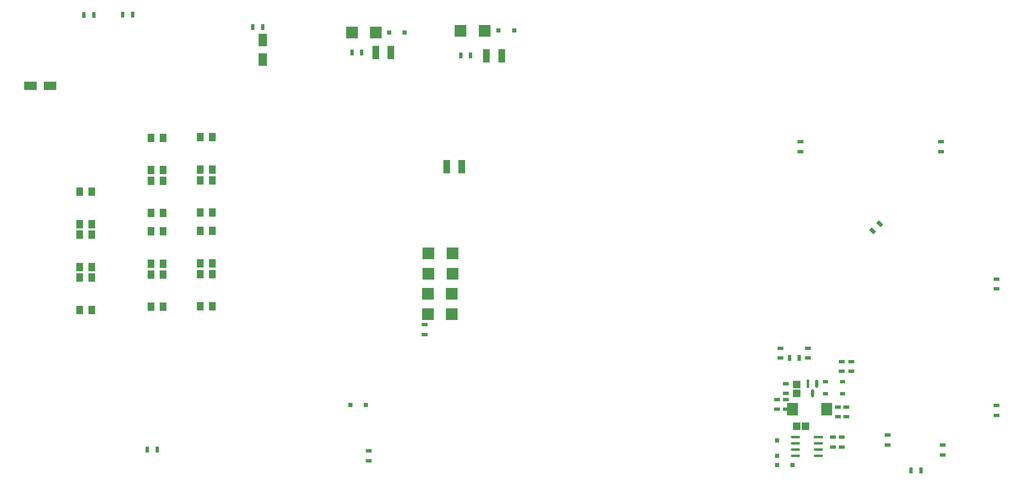
<source format=gbr>
%TF.GenerationSoftware,Altium Limited,Altium Designer,24.3.1 (35)*%
G04 Layer_Color=128*
%FSLAX43Y43*%
%MOMM*%
%TF.SameCoordinates,76E1361F-AA3B-45A8-A24B-41510BF92E79*%
%TF.FilePolarity,Positive*%
%TF.FileFunction,Paste,Bot*%
%TF.Part,Single*%
G01*
G75*
%TA.AperFunction,SMDPad,CuDef*%
%ADD56R,1.450X1.800*%
%ADD57R,1.250X0.800*%
%ADD58R,0.800X1.250*%
%ADD59R,2.200X2.500*%
G04:AMPARAMS|DCode=60|XSize=0.8mm|YSize=1.25mm|CornerRadius=0mm|HoleSize=0mm|Usage=FLASHONLY|Rotation=225.000|XOffset=0mm|YOffset=0mm|HoleType=Round|Shape=Rectangle|*
%AMROTATEDRECTD60*
4,1,4,-0.159,0.725,0.725,-0.159,0.159,-0.725,-0.725,0.159,-0.159,0.725,0.0*
%
%ADD60ROTATEDRECTD60*%

%ADD61R,1.405X2.806*%
%ADD62R,2.400X2.400*%
%ADD63R,0.900X0.950*%
%ADD64R,2.500X1.700*%
%ADD65R,1.700X2.500*%
%ADD66R,0.950X0.900*%
%ADD67R,0.627X1.659*%
G04:AMPARAMS|DCode=68|XSize=1.659mm|YSize=0.627mm|CornerRadius=0.313mm|HoleSize=0mm|Usage=FLASHONLY|Rotation=270.000|XOffset=0mm|YOffset=0mm|HoleType=Round|Shape=RoundedRectangle|*
%AMROUNDEDRECTD68*
21,1,1.659,0.000,0,0,270.0*
21,1,1.032,0.627,0,0,270.0*
1,1,0.627,0.000,-0.516*
1,1,0.627,0.000,0.516*
1,1,0.627,0.000,0.516*
1,1,0.627,0.000,-0.516*
%
%ADD68ROUNDEDRECTD68*%
%ADD69R,1.556X1.505*%
G04:AMPARAMS|DCode=70|XSize=1.874mm|YSize=0.543mm|CornerRadius=0.272mm|HoleSize=0mm|Usage=FLASHONLY|Rotation=180.000|XOffset=0mm|YOffset=0mm|HoleType=Round|Shape=RoundedRectangle|*
%AMROUNDEDRECTD70*
21,1,1.874,0.000,0,0,180.0*
21,1,1.331,0.543,0,0,180.0*
1,1,0.543,-0.665,0.000*
1,1,0.543,0.665,0.000*
1,1,0.543,0.665,0.000*
1,1,0.543,-0.665,0.000*
%
%ADD70ROUNDEDRECTD70*%
%ADD71R,1.874X0.543*%
%ADD72R,1.000X0.700*%
%ADD73R,1.505X1.556*%
D56*
X39151Y72200D02*
D03*
Y65650D02*
D03*
X36701Y72200D02*
D03*
Y65650D02*
D03*
X24675Y43800D02*
D03*
Y37250D02*
D03*
X22225Y43800D02*
D03*
Y37250D02*
D03*
X46650Y57025D02*
D03*
Y63575D02*
D03*
X49100Y57025D02*
D03*
Y63575D02*
D03*
X46656Y65775D02*
D03*
Y72325D02*
D03*
X49106Y65775D02*
D03*
Y72325D02*
D03*
X49106Y53275D02*
D03*
Y46725D02*
D03*
X46656Y53275D02*
D03*
Y46725D02*
D03*
X46650Y37975D02*
D03*
Y44525D02*
D03*
X49100Y37975D02*
D03*
Y44525D02*
D03*
X39150Y53200D02*
D03*
Y46650D02*
D03*
X36700Y53200D02*
D03*
Y46650D02*
D03*
X39150Y44425D02*
D03*
Y37875D02*
D03*
X36700Y44425D02*
D03*
Y37875D02*
D03*
X39150Y63475D02*
D03*
Y56925D02*
D03*
X36700Y63475D02*
D03*
Y56925D02*
D03*
X24675Y61250D02*
D03*
Y54700D02*
D03*
X22225Y61250D02*
D03*
Y54700D02*
D03*
X22225Y45975D02*
D03*
Y52525D02*
D03*
X24675Y45975D02*
D03*
Y52525D02*
D03*
D57*
X186200Y9800D02*
D03*
Y11800D02*
D03*
X178844Y24749D02*
D03*
Y26749D02*
D03*
X170061Y29474D02*
D03*
Y27474D02*
D03*
X168550Y69425D02*
D03*
Y71425D02*
D03*
X208350Y43525D02*
D03*
Y41525D02*
D03*
X197025Y69425D02*
D03*
Y71425D02*
D03*
X92225Y32250D02*
D03*
Y34250D02*
D03*
X80925Y8600D02*
D03*
Y6600D02*
D03*
X164437Y29450D02*
D03*
Y27450D02*
D03*
X175110Y11408D02*
D03*
Y9408D02*
D03*
X176859Y11408D02*
D03*
Y9408D02*
D03*
X177832Y15527D02*
D03*
Y17527D02*
D03*
X176105Y15526D02*
D03*
Y17526D02*
D03*
X176912Y26749D02*
D03*
Y24749D02*
D03*
X208314Y17825D02*
D03*
Y15825D02*
D03*
X165551Y19051D02*
D03*
Y17051D02*
D03*
X163788Y19051D02*
D03*
Y17051D02*
D03*
X165551Y20276D02*
D03*
Y22276D02*
D03*
X197350Y9750D02*
D03*
Y7750D02*
D03*
D58*
X192992Y4635D02*
D03*
X190992D02*
D03*
X37950Y8900D02*
D03*
X35950D02*
D03*
X30925Y97225D02*
D03*
X32925D02*
D03*
X25075Y97150D02*
D03*
X23075D02*
D03*
X57375Y94700D02*
D03*
X59375D02*
D03*
X77475Y89575D02*
D03*
X79475D02*
D03*
X99575Y88925D02*
D03*
X101575D02*
D03*
X168287Y27500D02*
D03*
X166287D02*
D03*
D59*
X173837Y17051D02*
D03*
X166937D02*
D03*
D60*
X183168Y53343D02*
D03*
X184582Y54757D02*
D03*
D61*
X96699Y66365D02*
D03*
X85401Y89575D02*
D03*
X82299D02*
D03*
X107876Y88875D02*
D03*
X104774D02*
D03*
X99801Y66365D02*
D03*
D62*
X77469Y93650D02*
D03*
X82350D02*
D03*
X93025Y48725D02*
D03*
X97906D02*
D03*
X92875Y36400D02*
D03*
X97756D02*
D03*
X97900Y44575D02*
D03*
X93019D02*
D03*
X104400Y93925D02*
D03*
X99519D02*
D03*
X92894Y40500D02*
D03*
X97775D02*
D03*
D63*
X80275Y17925D02*
D03*
X77125Y17925D02*
D03*
X163751Y5721D02*
D03*
X166901Y5721D02*
D03*
X88175Y93651D02*
D03*
X85025Y93651D02*
D03*
X110400Y94000D02*
D03*
X107250Y94000D02*
D03*
D64*
X12241Y82754D02*
D03*
X16241D02*
D03*
D65*
X59391Y92126D02*
D03*
Y88126D02*
D03*
D66*
X163747Y10715D02*
D03*
X163747Y7565D02*
D03*
D67*
X170022Y22227D02*
D03*
D68*
X171852D02*
D03*
X170937Y20274D02*
D03*
D69*
X167782Y20300D02*
D03*
Y22101D02*
D03*
D70*
X167521Y11381D02*
D03*
Y10111D02*
D03*
Y8841D02*
D03*
Y7571D02*
D03*
X172154D02*
D03*
Y8841D02*
D03*
Y10111D02*
D03*
D71*
Y11381D02*
D03*
D72*
X173562Y22676D02*
D03*
X177062D02*
D03*
Y20226D02*
D03*
X173562D02*
D03*
D73*
X169513Y13576D02*
D03*
X167712D02*
D03*
%TF.MD5,f7d8b488c243446d8f35bdcf6f8f24ab*%
M02*

</source>
